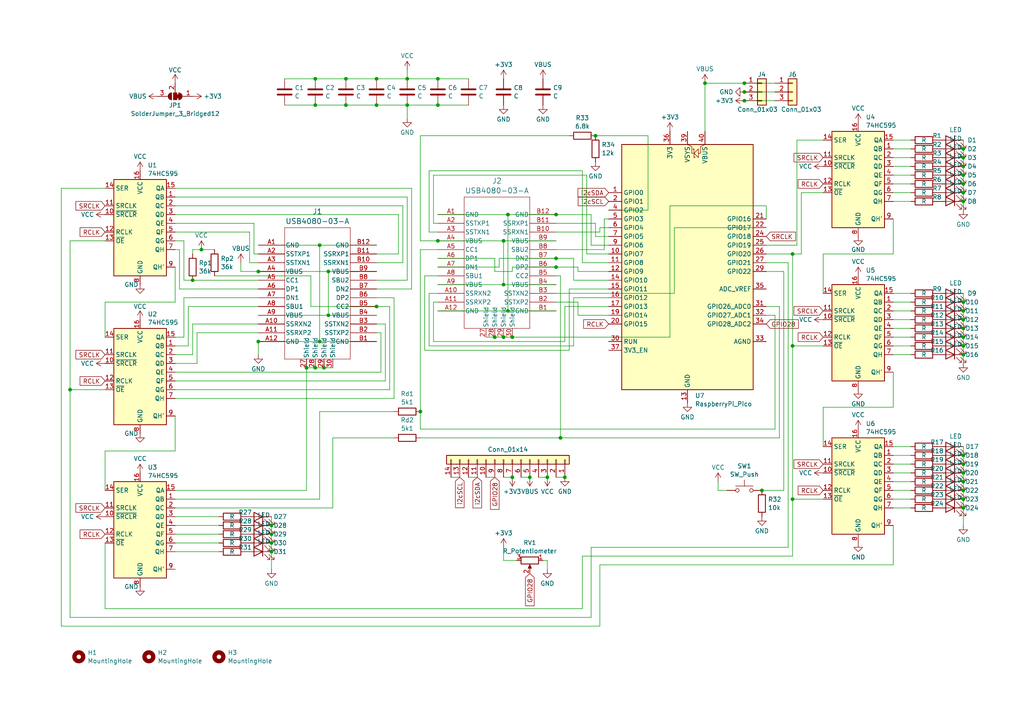
<source format=kicad_sch>
(kicad_sch (version 20231120) (generator "eeschema") (generator_version "8.0")
  (paper "A4")
  (junction (at 148.59 97.79))
  (junction (at 279.4 100.33))
  (junction (at 93.98 106.68))
  (junction (at 91.44 22.86))
  (junction (at 279.4 53.34))
  (junction (at 91.44 106.68))
  (junction (at 279.4 144.78))
  (junction (at 95.25 91.44))
  (junction (at 279.4 90.17))
  (junction (at 279.4 95.25))
  (junction (at 146.05 69.85))
  (junction (at 279.4 147.32))
  (junction (at 161.29 74.93))
  (junction (at 58.42 72.39))
  (junction (at 215.9 29.21))
  (junction (at 279.4 50.8))
  (junction (at 204.47 24.13))
  (junction (at 220.98 142.24))
  (junction (at 78.74 154.94))
  (junction (at 161.29 62.23))
  (junction (at 279.4 45.72))
  (junction (at 74.93 99.06))
  (junction (at 143.51 97.79))
  (junction (at 279.4 55.88))
  (junction (at 279.4 102.87))
  (junction (at 279.4 43.18))
  (junction (at 215.9 26.67))
  (junction (at 92.71 71.12))
  (junction (at 215.9 24.13))
  (junction (at 118.11 30.48))
  (junction (at 279.4 87.63))
  (junction (at 121.92 119.38))
  (junction (at 118.11 22.86))
  (junction (at 161.29 77.47))
  (junction (at 109.22 22.86))
  (junction (at 147.32 90.17))
  (junction (at 91.44 30.48))
  (junction (at 100.33 22.86))
  (junction (at 127 22.86))
  (junction (at 146.05 97.79))
  (junction (at 162.56 127))
  (junction (at 74.93 78.74))
  (junction (at 92.71 99.06))
  (junction (at 146.05 82.55))
  (junction (at 148.59 138.43))
  (junction (at 172.72 39.37))
  (junction (at 158.75 138.43))
  (junction (at 229.87 73.66))
  (junction (at 127 30.48))
  (junction (at 279.4 137.16))
  (junction (at 163.83 138.43))
  (junction (at 279.4 132.08))
  (junction (at 78.74 160.02))
  (junction (at 279.4 97.79))
  (junction (at 20.32 113.03))
  (junction (at 78.74 157.48))
  (junction (at 279.4 134.62))
  (junction (at 147.32 62.23))
  (junction (at 109.22 30.48))
  (junction (at 279.4 58.42))
  (junction (at 229.87 100.33))
  (junction (at 95.25 78.74))
  (junction (at 153.67 138.43))
  (junction (at 279.4 142.24))
  (junction (at 279.4 92.71))
  (junction (at 279.4 48.26))
  (junction (at 55.88 81.28))
  (junction (at 100.33 30.48))
  (junction (at 88.9 106.68))
  (junction (at 109.22 88.9))
  (junction (at 78.74 152.4))
  (junction (at 279.4 139.7))
  (junction (at 127 69.85))
  (junction (at 229.87 144.78))
  (wire (pts (xy 229.87 161.29) (xy 229.87 144.78)))
  (wire (pts (xy 115.57 62.23) (xy 50.8 62.23)))
  (wire (pts (xy 95.25 91.44) (xy 109.22 91.44)))
  (wire (pts (xy 163.83 88.9) (xy 176.53 88.9)))
  (wire (pts (xy 259.08 132.08) (xy 264.16 132.08)))
  (wire (pts (xy 118.11 30.48) (xy 118.11 34.29)))
  (wire (pts (xy 148.59 78.74) (xy 143.51 78.74)))
  (wire (pts (xy 279.4 92.71) (xy 279.4 95.25)))
  (wire (pts (xy 50.8 77.47) (xy 50.8 87.63)))
  (wire (pts (xy 50.8 157.48) (xy 63.5 157.48)))
  (wire (pts (xy 50.8 142.24) (xy 88.9 142.24)))
  (wire (pts (xy 146.05 97.79) (xy 148.59 97.79)))
  (wire (pts (xy 187.96 39.37) (xy 187.96 60.96)))
  (wire (pts (xy 114.3 86.36) (xy 109.22 86.36)))
  (wire (pts (xy 140.97 138.43) (xy 143.51 138.43)))
  (wire (pts (xy 127 77.47) (xy 144.78 77.47)))
  (wire (pts (xy 259.08 107.95) (xy 259.08 118.11)))
  (wire (pts (xy 113.03 113.03) (xy 113.03 88.9)))
  (wire (pts (xy 232.41 73.66) (xy 232.41 55.88)))
  (wire (pts (xy 96.52 127) (xy 96.52 147.32)))
  (wire (pts (xy 88.9 142.24) (xy 88.9 106.68)))
  (wire (pts (xy 100.33 30.48) (xy 109.22 30.48)))
  (wire (pts (xy 161.29 87.63) (xy 167.64 87.63)))
  (wire (pts (xy 50.8 120.65) (xy 50.8 130.81)))
  (wire (pts (xy 279.4 87.63) (xy 279.4 90.17)))
  (wire (pts (xy 166.37 100.33) (xy 166.37 86.36)))
  (wire (pts (xy 259.08 129.54) (xy 264.16 129.54)))
  (wire (pts (xy 279.4 55.88) (xy 279.4 58.42)))
  (wire (pts (xy 279.4 132.08) (xy 279.4 134.62)))
  (wire (pts (xy 127 64.77) (xy 125.73 64.77)))
  (wire (pts (xy 279.4 40.64) (xy 279.4 43.18)))
  (wire (pts (xy 72.39 76.2) (xy 74.93 76.2)))
  (wire (pts (xy 146.05 69.85) (xy 161.29 69.85)))
  (wire (pts (xy 143.51 74.93) (xy 127 74.93)))
  (wire (pts (xy 210.82 142.24) (xy 208.28 142.24)))
  (wire (pts (xy 93.98 106.68) (xy 96.52 106.68)))
  (wire (pts (xy 172.72 64.77) (xy 161.29 64.77)))
  (wire (pts (xy 130.81 138.43) (xy 133.35 138.43)))
  (wire (pts (xy 53.34 86.36) (xy 74.93 86.36)))
  (wire (pts (xy 259.08 95.25) (xy 264.16 95.25)))
  (wire (pts (xy 168.91 161.29) (xy 168.91 176.53)))
  (wire (pts (xy 50.8 113.03) (xy 113.03 113.03)))
  (wire (pts (xy 17.78 181.61) (xy 173.99 181.61)))
  (wire (pts (xy 279.4 43.18) (xy 279.4 45.72)))
  (wire (pts (xy 30.48 157.48) (xy 30.48 176.53)))
  (wire (pts (xy 88.9 106.68) (xy 91.44 106.68)))
  (wire (pts (xy 238.76 144.78) (xy 229.87 144.78)))
  (wire (pts (xy 162.56 80.01) (xy 162.56 127)))
  (wire (pts (xy 50.8 144.78) (xy 92.71 144.78)))
  (wire (pts (xy 215.9 29.21) (xy 224.79 29.21)))
  (wire (pts (xy 30.48 130.81) (xy 30.48 142.24)))
  (wire (pts (xy 215.9 26.67) (xy 224.79 26.67)))
  (wire (pts (xy 109.22 22.86) (xy 118.11 22.86)))
  (wire (pts (xy 161.29 67.31) (xy 173.99 67.31)))
  (wire (pts (xy 279.4 144.78) (xy 279.4 147.32)))
  (wire (pts (xy 118.11 20.32) (xy 118.11 22.86)))
  (wire (pts (xy 176.53 81.28) (xy 166.37 81.28)))
  (wire (pts (xy 232.41 55.88) (xy 238.76 55.88)))
  (wire (pts (xy 143.51 78.74) (xy 143.51 74.93)))
  (wire (pts (xy 50.8 160.02) (xy 63.5 160.02)))
  (wire (pts (xy 227.33 78.74) (xy 227.33 142.24)))
  (wire (pts (xy 52.07 72.39) (xy 50.8 72.39)))
  (wire (pts (xy 114.3 115.57) (xy 114.3 86.36)))
  (wire (pts (xy 50.8 107.95) (xy 110.49 107.95)))
  (wire (pts (xy 124.46 67.31) (xy 124.46 49.53)))
  (wire (pts (xy 161.29 138.43) (xy 163.83 138.43)))
  (wire (pts (xy 143.51 97.79) (xy 140.97 97.79)))
  (wire (pts (xy 226.06 127) (xy 226.06 88.9)))
  (wire (pts (xy 259.08 102.87) (xy 264.16 102.87)))
  (wire (pts (xy 50.8 110.49) (xy 111.76 110.49)))
  (wire (pts (xy 146.05 69.85) (xy 146.05 82.55)))
  (wire (pts (xy 231.14 71.12) (xy 231.14 40.64)))
  (wire (pts (xy 167.64 87.63) (xy 167.64 91.44)))
  (wire (pts (xy 259.08 92.71) (xy 264.16 92.71)))
  (wire (pts (xy 259.08 144.78) (xy 264.16 144.78)))
  (wire (pts (xy 144.78 74.93) (xy 161.29 74.93)))
  (wire (pts (xy 259.08 45.72) (xy 264.16 45.72)))
  (wire (pts (xy 74.93 78.74) (xy 95.25 78.74)))
  (wire (pts (xy 279.4 137.16) (xy 279.4 139.7)))
  (wire (pts (xy 91.44 30.48) (xy 100.33 30.48)))
  (wire (pts (xy 135.89 138.43) (xy 138.43 138.43)))
  (wire (pts (xy 55.88 81.28) (xy 74.93 81.28)))
  (wire (pts (xy 121.92 124.46) (xy 224.79 124.46)))
  (wire (pts (xy 226.06 88.9) (xy 222.25 88.9)))
  (wire (pts (xy 127 87.63) (xy 125.73 87.63)))
  (wire (pts (xy 279.4 48.26) (xy 279.4 50.8)))
  (wire (pts (xy 259.08 152.4) (xy 259.08 163.83)))
  (wire (pts (xy 30.48 87.63) (xy 30.48 97.79)))
  (wire (pts (xy 110.49 96.52) (xy 110.49 107.95)))
  (wire (pts (xy 227.33 78.74) (xy 222.25 78.74)))
  (wire (pts (xy 92.71 71.12) (xy 92.71 99.06)))
  (wire (pts (xy 173.99 66.04) (xy 176.53 66.04)))
  (wire (pts (xy 92.71 99.06) (xy 109.22 99.06)))
  (wire (pts (xy 30.48 69.85) (xy 20.32 69.85)))
  (wire (pts (xy 74.93 71.12) (xy 92.71 71.12)))
  (wire (pts (xy 121.92 39.37) (xy 165.1 39.37)))
  (wire (pts (xy 259.08 63.5) (xy 259.08 73.66)))
  (wire (pts (xy 118.11 81.28) (xy 118.11 57.15)))
  (wire (pts (xy 119.38 54.61) (xy 119.38 83.82)))
  (wire (pts (xy 127 90.17) (xy 147.32 90.17)))
  (wire (pts (xy 73.66 73.66) (xy 74.93 73.66)))
  (wire (pts (xy 127 67.31) (xy 124.46 67.31)))
  (wire (pts (xy 231.14 40.64) (xy 238.76 40.64)))
  (wire (pts (xy 50.8 87.63) (xy 30.48 87.63)))
  (wire (pts (xy 279.4 58.42) (xy 279.4 60.96)))
  (wire (pts (xy 279.4 53.34) (xy 279.4 55.88)))
  (wire (pts (xy 100.33 22.86) (xy 109.22 22.86)))
  (wire (pts (xy 279.4 50.8) (xy 279.4 53.34)))
  (wire (pts (xy 228.6 158.75) (xy 228.6 76.2)))
  (wire (pts (xy 124.46 100.33) (xy 166.37 100.33)))
  (wire (pts (xy 92.71 144.78) (xy 92.71 119.38)))
  (wire (pts (xy 50.8 149.86) (xy 63.5 149.86)))
  (wire (pts (xy 238.76 100.33) (xy 229.87 100.33)))
  (wire (pts (xy 195.58 66.04) (xy 195.58 85.09)))
  (wire (pts (xy 17.78 181.61) (xy 17.78 54.61)))
  (wire (pts (xy 168.91 76.2) (xy 176.53 76.2)))
  (wire (pts (xy 259.08 87.63) (xy 264.16 87.63)))
  (wire (pts (xy 222.25 71.12) (xy 231.14 71.12)))
  (wire (pts (xy 259.08 85.09) (xy 264.16 85.09)))
  (wire (pts (xy 55.88 93.98) (xy 55.88 102.87)))
  (wire (pts (xy 259.08 48.26) (xy 264.16 48.26)))
  (wire (pts (xy 82.55 22.86) (xy 91.44 22.86)))
  (wire (pts (xy 111.76 93.98) (xy 111.76 110.49)))
  (wire (pts (xy 168.91 161.29) (xy 229.87 161.29)))
  (wire (pts (xy 121.92 127) (xy 162.56 127)))
  (wire (pts (xy 279.4 97.79) (xy 279.4 100.33)))
  (wire (pts (xy 78.74 157.48) (xy 78.74 160.02)))
  (wire (pts (xy 121.92 119.38) (xy 121.92 72.39)))
  (wire (pts (xy 91.44 22.86) (xy 100.33 22.86)))
  (wire (pts (xy 54.61 88.9) (xy 74.93 88.9)))
  (wire (pts (xy 259.08 142.24) (xy 264.16 142.24)))
  (wire (pts (xy 74.93 99.06) (xy 92.71 99.06)))
  (wire (pts (xy 259.08 137.16) (xy 264.16 137.16)))
  (wire (pts (xy 171.45 179.07) (xy 171.45 158.75)))
  (wire (pts (xy 20.32 113.03) (xy 20.32 179.07)))
  (wire (pts (xy 50.8 100.33) (xy 54.61 100.33)))
  (wire (pts (xy 116.84 59.69) (xy 50.8 59.69)))
  (wire (pts (xy 238.76 73.66) (xy 238.76 85.09)))
  (wire (pts (xy 17.78 54.61) (xy 30.48 54.61)))
  (wire (pts (xy 163.83 99.06) (xy 163.83 88.9)))
  (wire (pts (xy 172.72 39.37) (xy 187.96 39.37)))
  (wire (pts (xy 279.4 134.62) (xy 279.4 137.16)))
  (wire (pts (xy 78.74 149.86) (xy 78.74 152.4)))
  (wire (pts (xy 127 69.85) (xy 121.92 69.85)))
  (wire (pts (xy 109.22 81.28) (xy 118.11 81.28)))
  (wire (pts (xy 53.34 97.79) (xy 53.34 86.36)))
  (wire (pts (xy 259.08 147.32) (xy 264.16 147.32)))
  (wire (pts (xy 175.26 63.5) (xy 175.26 72.39)))
  (wire (pts (xy 90.17 88.9) (xy 109.22 88.9)))
  (wire (pts (xy 166.37 81.28) (xy 166.37 74.93)))
  (wire (pts (xy 52.07 83.82) (xy 74.93 83.82)))
  (wire (pts (xy 78.74 152.4) (xy 78.74 154.94)))
  (wire (pts (xy 50.8 147.32) (xy 96.52 147.32)))
  (wire (pts (xy 279.4 147.32) (xy 279.4 152.4)))
  (wire (pts (xy 72.39 67.31) (xy 72.39 76.2)))
  (wire (pts (xy 173.99 67.31) (xy 173.99 66.04)))
  (wire (pts (xy 162.56 127) (xy 226.06 127)))
  (wire (pts (xy 50.8 67.31) (xy 72.39 67.31)))
  (wire (pts (xy 171.45 62.23) (xy 161.29 62.23)))
  (wire (pts (xy 109.22 30.48) (xy 118.11 30.48)))
  (wire (pts (xy 146.05 158.75) (xy 146.05 162.56)))
  (wire (pts (xy 259.08 139.7) (xy 264.16 139.7)))
  (wire (pts (xy 20.32 113.03) (xy 30.48 113.03)))
  (wire (pts (xy 62.23 80.01) (xy 90.17 80.01)))
  (wire (pts (xy 113.03 88.9) (xy 109.22 88.9)))
  (wire (pts (xy 125.73 64.77) (xy 125.73 50.8)))
  (wire (pts (xy 176.53 68.58) (xy 172.72 68.58)))
  (wire (pts (xy 176.53 73.66) (xy 170.18 73.66)))
  (wire (pts (xy 82.55 30.48) (xy 91.44 30.48)))
  (wire (pts (xy 147.32 62.23) (xy 161.29 62.23)))
  (wire (pts (xy 259.08 97.79) (xy 264.16 97.79)))
  (wire (pts (xy 74.93 91.44) (xy 95.25 91.44)))
  (wire (pts (xy 127 69.85) (xy 146.05 69.85)))
  (wire (pts (xy 20.32 179.07) (xy 171.45 179.07)))
  (wire (pts (xy 20.32 69.85) (xy 20.32 113.03)))
  (wire (pts (xy 279.4 129.54) (xy 279.4 132.08)))
  (wire (pts (xy 172.72 68.58) (xy 172.72 64.77)))
  (wire (pts (xy 109.22 93.98) (xy 111.76 93.98)))
  (wire (pts (xy 109.22 76.2) (xy 116.84 76.2)))
  (wire (pts (xy 55.88 72.39) (xy 55.88 73.66)))
  (wire (pts (xy 50.8 102.87) (xy 55.88 102.87)))
  (wire (pts (xy 109.22 83.82) (xy 119.38 83.82)))
  (wire (pts (xy 125.73 99.06) (xy 163.83 99.06)))
  (wire (pts (xy 114.3 127) (xy 96.52 127)))
  (wire (pts (xy 50.8 154.94) (xy 63.5 154.94)))
  (wire (pts (xy 171.45 158.75) (xy 228.6 158.75)))
  (wire (pts (xy 110.49 96.52) (xy 109.22 96.52)))
  (wire (pts (xy 167.64 91.44) (xy 176.53 91.44)))
  (wire (pts (xy 78.74 154.94) (xy 78.74 157.48)))
  (wire (pts (xy 73.66 64.77) (xy 73.66 73.66)))
  (wire (pts (xy 127 80.01) (xy 123.19 80.01)))
  (wire (pts (xy 50.8 97.79) (xy 53.34 97.79)))
  (wire (pts (xy 175.26 72.39) (xy 161.29 72.39)))
  (wire (pts (xy 158.75 162.56) (xy 157.48 162.56)))
  (wire (pts (xy 147.32 90.17) (xy 161.29 90.17)))
  (wire (pts (xy 158.75 165.1) (xy 158.75 162.56)))
  (wire (pts (xy 50.8 64.77) (xy 73.66 64.77)))
  (wire (pts (xy 279.4 95.25) (xy 279.4 97.79)))
  (wire (pts (xy 167.64 77.47) (xy 161.29 77.47)))
  (wire (pts (xy 176.53 71.12) (xy 171.45 71.12)))
  (wire (pts (xy 69.85 78.74) (xy 69.85 76.2)))
  (wire (pts (xy 166.37 86.36) (xy 176.53 86.36)))
  (wire (pts (xy 215.9 24.13) (xy 224.79 24.13)))
  (wire (pts (xy 116.84 76.2) (xy 116.84 59.69)))
  (wire (pts (xy 148.59 97.79) (xy 194.31 97.79)))
  (wire (pts (xy 259.08 118.11) (xy 238.76 118.11)))
  (wire (pts (xy 195.58 85.09) (xy 161.29 85.09)))
  (wire (pts (xy 54.61 100.33) (xy 54.61 88.9)))
  (wire (pts (xy 127 62.23) (xy 147.32 62.23)))
  (wire (pts (xy 92.71 119.38) (xy 114.3 119.38)))
  (wire (pts (xy 55.88 72.39) (xy 58.42 72.39)))
  (wire (pts (xy 259.08 73.66) (xy 238.76 73.66)))
  (wire (pts (xy 57.15 105.41) (xy 57.15 96.52)))
  (wire (pts (xy 92.71 71.12) (xy 109.22 71.12)))
  (wire (pts (xy 224.79 91.44) (xy 222.25 91.44)))
  (wire (pts (xy 220.98 142.24) (xy 227.33 142.24)))
  (wire (pts (xy 229.87 144.78) (xy 229.87 100.33)))
  (wire (pts (xy 259.08 58.42) (xy 264.16 58.42)))
  (wire (pts (xy 151.13 138.43) (xy 153.67 138.43)))
  (wire (pts (xy 279.4 100.33) (xy 279.4 102.87)))
  (wire (pts (xy 259.08 53.34) (xy 264.16 53.34)))
  (wire (pts (xy 238.76 118.11) (xy 238.76 129.54)))
  (wire (pts (xy 259.08 50.8) (xy 264.16 50.8)))
  (wire (pts (xy 148.59 77.47) (xy 161.29 77.47)))
  (wire (pts (xy 222.25 59.69) (xy 222.25 63.5)))
  (wire (pts (xy 279.4 142.24) (xy 279.4 144.78)))
  (wire (pts (xy 74.93 99.06) (xy 74.93 102.87)))
  (wire (pts (xy 176.53 60.96) (xy 187.96 60.96)))
  (wire (pts (xy 50.8 105.41) (xy 57.15 105.41)))
  (wire (pts (xy 228.6 76.2) (xy 222.25 76.2)))
  (wire (pts (xy 165.1 101.6) (xy 165.1 83.82)))
  (wire (pts (xy 125.73 87.63) (xy 125.73 99.06)))
  (wire (pts (xy 148.59 77.47) (xy 148.59 78.74)))
  (wire (pts (xy 259.08 100.33) (xy 264.16 100.33)))
  (wire (pts (xy 124.46 49.53) (xy 168.91 49.53)))
  (wire (pts (xy 166.37 74.93) (xy 161.29 74.93)))
  (wire (pts (xy 161.29 80.01) (xy 162.56 80.01)))
  (wire (pts (xy 146.05 82.55) (xy 161.29 82.55)))
  (wire (pts (xy 194.31 59.69) (xy 222.25 59.69)))
  (wire (pts (xy 91.44 106.68) (xy 93.98 106.68)))
  (wire (pts (xy 121.92 72.39) (xy 127 72.39)))
  (wire (pts (xy 279.4 90.17) (xy 279.4 92.71)))
  (wire (pts (xy 123.19 101.6) (xy 165.1 101.6)))
  (wire (pts (xy 121.92 124.46) (xy 121.92 119.38)))
  (wire (pts (xy 279.4 102.87) (xy 279.4 105.41)))
  (wire (pts (xy 279.4 139.7) (xy 279.4 142.24)))
  (wire (pts (xy 53.34 69.85) (xy 50.8 69.85)))
  (wire (pts (xy 259.08 163.83) (xy 173.99 163.83)))
  (wire (pts (xy 95.25 78.74) (xy 109.22 78.74)))
  (wire (pts (xy 229.87 100.33) (xy 229.87 73.66)))
  (wire (pts (xy 95.25 91.44) (xy 95.25 78.74)))
  (wire (pts (xy 279.4 45.72) (xy 279.4 48.26)))
  (wire (pts (xy 222.25 66.04) (xy 195.58 66.04)))
  (wire (pts (xy 146.05 138.43) (xy 148.59 138.43)))
  (wire (pts (xy 176.53 78.74) (xy 167.64 78.74)))
  (wire (pts (xy 170.18 73.66) (xy 170.18 50.8)))
  (wire (pts (xy 53.34 81.28) (xy 55.88 81.28)))
  (wire (pts (xy 146.05 97.79) (xy 143.51 97.79)))
  (wire (pts (xy 156.21 138.43) (xy 158.75 138.43)))
  (wire (pts (xy 127 30.48) (xy 135.89 30.48)))
  (wire (pts (xy 165.1 83.82) (xy 176.53 83.82)))
  (wire (pts (xy 124.46 85.09) (xy 124.46 100.33)))
  (wire (pts (xy 55.88 93.98) (xy 74.93 93.98)))
  (wire (pts (xy 78.74 160.02) (xy 78.74 165.1)))
  (wire (pts (xy 259.08 90.17) (xy 264.16 90.17)))
  (wire (pts (xy 170.18 50.8) (xy 125.73 50.8)))
  (wire (pts (xy 123.19 80.01) (xy 123.19 101.6)))
  (wire (pts (xy 194.31 59.69) (xy 194.31 97.79)))
  (wire (pts (xy 208.28 142.24) (xy 208.28 139.7)))
  (wire (pts (xy 168.91 49.53) (xy 168.91 76.2)))
  (wire (pts (xy 50.8 152.4) (xy 63.5 152.4)))
  (wire (pts (xy 204.47 38.1) (xy 204.47 24.13)))
  (wire (pts (xy 109.22 73.66) (xy 115.57 73.66)))
  (wire (pts (xy 90.17 80.01) (xy 90.17 88.9)))
  (wire (pts (xy 118.11 22.86) (xy 127 22.86)))
  (wire (pts (xy 127 85.09) (xy 124.46 85.09)))
  (wire (pts (xy 222.25 73.66) (xy 229.87 73.66)))
  (wire (pts (xy 259.08 43.18) (xy 264.16 43.18)))
  (wire (pts (xy 147.32 62.23) (xy 147.32 90.17)))
  (wire (pts (xy 259.08 134.62) (xy 264.16 134.62)))
  (wire (pts (xy 229.87 73.66) (xy 232.41 73.66)))
  (wire (pts (xy 127 82.55) (xy 146.05 82.55)))
  (wire (pts (xy 144.78 77.47) (xy 144.78 74.93)))
  (wire (pts (xy 176.53 63.5) (xy 175.26 63.5)))
  (wire (pts (xy 146.05 162.56) (xy 149.86 162.56)))
  (wire (pts (xy 259.08 40.64) (xy 264.16 40.64)))
  (wire (pts (xy 58.42 72.39) (xy 62.23 72.39)))
  (wire (pts (xy 259.08 55.88) (xy 264.16 55.88)))
  (wire (pts (xy 57.15 96.52) (xy 74.93 96.52)))
  (wire (pts (xy 74.93 78.74) (xy 69.85 78.74)))
  (wire (pts (xy 50.8 130.81) (xy 30.48 130.81)))
  (wire (pts (xy 53.34 81.28) (xy 53.34 69.85)))
  (wire (pts (xy 119.38 54.61) (xy 50.8 54.61)))
  (wire (pts (xy 121.92 69.85) (xy 121.92 39.37)))
  (wire (pts (xy 127 22.86) (xy 135.89 22.86)))
  (wire (pts (xy 52.07 83.82) (xy 52.07 72.39)))
  (wire (pts (xy 171.45 71.12) (xy 171.45 62.23)))
  (wire (pts (xy 224.79 124.46) (xy 224.79 91.44)))
  (wire (pts (xy 30.48 176.53) (xy 168.91 176.53)))
  (wire (pts (xy 118.11 30.48) (xy 127 30.48)))
  (wire (pts (xy 118.11 57.15) (xy 50.8 57.15)))
  (wire (pts (xy 173.99 163.83) (xy 173.99 181.61)))
  (wire (pts (xy 167.64 78.74) (xy 167.64 77.47)))
  (wire (pts (xy 204.47 24.13) (xy 215.9 24.13)))
  (wire (pts (xy 50.8 115.57) (xy 114.3 115.57)))
  (wire (pts (xy 279.4 85.09) (xy 279.4 87.63)))
  (wire (pts (xy 115.57 73.66) (xy 115.57 62.23)))
  (global_label "RCLK" (shape input) (at 238.76 142.24 180) (property "Intersheetrefs" "${INTERSHEET_REFS}" (effects (hide yes))))
  (global_label "SRCLK" (shape input) (at 30.48 102.87 180) (property "Intersheetrefs" "${INTERSHEET_REFS}" (effects (hide yes))))
  (global_label "SRCLK" (shape input) (at 238.76 90.17 180) (property "Intersheetrefs" "${INTERSHEET_REFS}" (effects (hide yes))))
  (global_label "i2cSDA" (shape input) (at 176.53 55.88 180) (property "Intersheetrefs" "${INTERSHEET_REFS}" (effects (hide yes))))
  (global_label "SRCLK" (shape input) (at 30.48 147.32 180) (property "Intersheetrefs" "${INTERSHEET_REFS}" (effects (hide yes))))
  (global_label "RCLK" (shape input) (at 30.48 110.49 180) (property "Intersheetrefs" "${INTERSHEET_REFS}" (effects (hide yes))))
  (global_label "SRCLK" (shape input) (at 222.25 68.58 0) (property "Intersheetrefs" "${INTERSHEET_REFS}" (effects (hide yes))))
  (global_label "SRCLK" (shape input) (at 238.76 134.62 180) (property "Intersheetrefs" "${INTERSHEET_REFS}" (effects (hide yes))))
  (global_label "RCLK" (shape input) (at 30.48 154.94 180) (property "Intersheetrefs" "${INTERSHEET_REFS}" (effects (hide yes))))
  (global_label "GPIO28" (shape input) (at 143.51 138.43 270) (property "Intersheetrefs" "${INTERSHEET_REFS}" (effects (hide yes))))
  (global_label "GPIO28" (shape input) (at 222.25 93.98 0) (property "Intersheetrefs" "${INTERSHEET_REFS}" (effects (hide yes))))
  (global_label "RCLK" (shape input) (at 238.76 97.79 180) (property "Intersheetrefs" "${INTERSHEET_REFS}" (effects (hide yes))))
  (global_label "RCLK" (shape input) (at 176.53 93.98 180) (property "Intersheetrefs" "${INTERSHEET_REFS}" (effects (hide yes))))
  (global_label "SRCLK" (shape input) (at 238.76 45.72 180) (property "Intersheetrefs" "${INTERSHEET_REFS}" (effects (hide yes))))
  (global_label "RCLK" (shape input) (at 238.76 53.34 180) (property "Intersheetrefs" "${INTERSHEET_REFS}" (effects (hide yes))))
  (global_label "i2cSCL" (shape input) (at 133.35 138.43 270) (property "Intersheetrefs" "${INTERSHEET_REFS}" (effects (hide yes))))
  (global_label "RCLK" (shape input) (at 30.48 67.31 180) (property "Intersheetrefs" "${INTERSHEET_REFS}" (effects (hide yes))))
  (global_label "i2cSDA" (shape input) (at 138.43 138.43 270) (property "Intersheetrefs" "${INTERSHEET_REFS}" (effects (hide yes))))
  (global_label "SRCLK" (shape input) (at 30.48 59.69 180) (property "Intersheetrefs" "${INTERSHEET_REFS}" (effects (hide yes))))
  (global_label "i2cSCL" (shape input) (at 176.53 58.42 180) (property "Intersheetrefs" "${INTERSHEET_REFS}" (effects (hide yes))))
  (global_label "GPIO28" (shape input) (at 153.67 166.37 270) (property "Intersheetrefs" "${INTERSHEET_REFS}" (effects (hide yes))))
  (symbol (lib_id "Device:C") (at 91.44 26.67 0) (unit 1)
    (property "Reference" "C2" (at 94.361 25.4579 0) (effects (justify left)))
    (property "Value" "C" (at 94.361 27.8821 0) (effects (justify left)))
    (property "Footprint" "Capacitor_SMD:C_0603_1608Metric" (effects (hide yes)))
  )
  (symbol (lib_id "power:GND") (at 78.74 165.1 0) (mirror y) (unit 1)
    (property "Reference" "#PWR019" (effects (hide yes)))
    (property "Value" "GND" (at 78.74 169.2331 0))
  )
  (symbol (lib_id "Device:R") (at 172.72 43.18 0) (unit 1)
    (property "Reference" "R34" (at 174.498 41.9679 0) (effects (justify left)))
    (property "Value" "12k" (at 174.498 44.3921 0) (effects (justify left)))
    (property "Footprint" "Resistor_SMD:R_0603_1608Metric" (effects (hide yes)))
  )
  (symbol (lib_id "Device:R") (at 267.97 87.63 90) (unit 1)
    (property "Reference" "R10" (at 271.78 86.36 90))
    (property "Value" "R" (at 267.97 87.63 90))
    (property "Footprint" "Resistor_SMD:R_0603_1608Metric" (effects (hide yes)))
  )
  (symbol (lib_id "Device:LED") (at 275.59 53.34 0) (mirror y) (unit 1)
    (property "Reference" "D6" (at 281.94 53.34 0))
    (property "Value" "LED" (at 277.1775 50.3499 0))
    (property "Footprint" "LED_SMD:LED_0603_1608Metric" (effects (hide yes)))
  )
  (symbol (lib_id "74xx:74HC595") (at 40.64 64.77 0) (unit 1)
    (property "Reference" "U1" (at 42.8341 47.9257 0) (effects (justify left)))
    (property "Value" "74HC595" (at 42.8341 50.3499 0) (effects (justify left)))
    (property "Footprint" "Package_SO:SOIC-16_3.9x9.9mm_P1.27mm" (effects (hide yes)))
    (property "Datasheet" "http://www.ti.com/lit/ds/symlink/sn74hc595.pdf" (effects (hide yes)))
  )
  (symbol (lib_id "power:VCC") (at 118.11 20.32 0) (unit 1)
    (property "Reference" "#PWR015" (effects (hide yes)))
    (property "Value" "VCC" (at 118.11 16.1869 0))
  )
  (symbol (lib_id "power:GND") (at 163.83 138.43 0) (unit 1)
    (property "Reference" "#PWR020" (effects (hide yes)))
    (property "Value" "GND" (at 163.83 142.5631 0))
  )
  (symbol (lib_id "Device:R") (at 267.97 139.7 90) (unit 1)
    (property "Reference" "R21" (at 271.78 138.43 90))
    (property "Value" "R" (at 267.97 139.7 90))
    (property "Footprint" "Resistor_SMD:R_0603_1608Metric" (effects (hide yes)))
  )
  (symbol (lib_id "Device:LED") (at 74.93 157.48 0) (mirror y) (unit 1)
    (property "Reference" "D30" (at 81.28 157.48 0))
    (property "Value" "LED" (at 76.5175 154.4899 0))
    (property "Footprint" "LED_SMD:LED_0603_1608Metric" (effects (hide yes)))
  )
  (symbol (lib_id "power:VCC") (at 40.64 49.53 0) (unit 1)
    (property "Reference" "#PWR0113" (effects (hide yes)))
    (property "Value" "VCC" (at 40.64 45.3969 0))
  )
  (symbol (lib_id "power:+3V3") (at 194.31 38.1 0) (unit 1)
    (property "Reference" "#PWR01" (effects (hide yes)))
    (property "Value" "+3V3" (at 194.31 33.9669 0))
  )
  (symbol (lib_id "Device:C") (at 118.11 26.67 0) (unit 1)
    (property "Reference" "C5" (at 121.031 25.4579 0) (effects (justify left)))
    (property "Value" "C" (at 121.031 27.8821 0) (effects (justify left)))
    (property "Footprint" "Capacitor_SMD:C_0603_1608Metric" (effects (hide yes)))
  )
  (symbol (lib_id "Device:R") (at 267.97 45.72 90) (unit 1)
    (property "Reference" "R3" (at 271.78 44.45 90))
    (property "Value" "R" (at 267.97 45.72 90))
    (property "Footprint" "Resistor_SMD:R_0603_1608Metric" (effects (hide yes)))
  )
  (symbol (lib_id "Device:LED") (at 275.59 92.71 0) (mirror y) (unit 1)
    (property "Reference" "D12" (at 281.94 92.71 0))
    (property "Value" "LED" (at 277.1775 89.7199 0))
    (property "Footprint" "LED_SMD:LED_0603_1608Metric" (effects (hide yes)))
  )
  (symbol (lib_id "Device:LED") (at 275.59 144.78 0) (mirror y) (unit 1)
    (property "Reference" "D23" (at 281.94 144.78 0))
    (property "Value" "LED" (at 277.1775 141.7899 0))
    (property "Footprint" "LED_SMD:LED_0603_1608Metric" (effects (hide yes)))
  )
  (symbol (lib_id "Device:LED") (at 275.59 85.09 0) (mirror y) (unit 1)
    (property "Reference" "D9" (at 281.94 85.09 0))
    (property "Value" "LED" (at 277.1775 82.0999 0))
    (property "Footprint" "LED_SMD:LED_0603_1608Metric" (effects (hide yes)))
  )
  (symbol (lib_id "Raspberry Pi Pico:RaspberryPi_Pico") (at 199.39 78.74 0) (unit 1)
    (property "Reference" "U7" (at 201.5841 114.7501 0) (effects (justify left)))
    (property "Value" "RaspberryPi_Pico" (at 201.5841 117.1743 0) (effects (justify left)))
    (property "Footprint" "Module_RaspberryPi_Pico:RaspberryPi_Pico_Common" (effects (hide yes)))
    (property "Datasheet" "https://datasheets.raspberrypi.com/pico/pico-datasheet.pdf" (effects (hide yes)))
  )
  (symbol (lib_id "power:VCC") (at 248.92 35.56 0) (unit 1)
    (property "Reference" "#PWR0103" (effects (hide yes)))
    (property "Value" "VCC" (at 248.92 31.4269 0))
  )
  (symbol (lib_id "power:GND") (at 146.05 30.48 0) (unit 1)
    (property "Reference" "#PWR031" (effects (hide yes)))
    (property "Value" "GND" (at 146.05 34.6131 0))
  )
  (symbol (lib_id "power:GND") (at 248.92 113.03 0) (unit 1)
    (property "Reference" "#PWR013" (effects (hide yes)))
    (property "Value" "GND" (at 248.92 117.1631 0))
  )
  (symbol (lib_id "Device:LED") (at 275.59 90.17 0) (mirror y) (unit 1)
    (property "Reference" "D11" (at 281.94 90.17 0))
    (property "Value" "LED" (at 277.1775 87.1799 0))
    (property "Footprint" "LED_SMD:LED_0603_1608Metric" (effects (hide yes)))
  )
  (symbol (lib_id "power:VBUS") (at 45.72 27.94 90) (unit 1)
    (property "Reference" "#PWR05" (effects (hide yes)))
    (property "Value" "VBUS" (at 42.545 27.94 90) (effects (justify left)))
  )
  (symbol (lib_id "Device:LED") (at 275.59 40.64 0) (mirror y) (unit 1)
    (property "Reference" "D1" (at 281.94 40.64 0))
    (property "Value" "LED" (at 277.1775 37.6499 0))
    (property "Footprint" "LED_SMD:LED_0603_1608Metric" (effects (hide yes)))
  )
  (symbol (lib_id "power:VCC") (at 208.28 139.7 0) (unit 1)
    (property "Reference" "#PWR0104" (effects (hide yes)))
    (property "Value" "VCC" (at 208.28 135.5669 0))
  )
  (symbol (lib_id "Connector_Generic:Conn_01x03") (at 220.98 26.67 0) (unit 1)
    (property "Reference" "J4" (at 220.98 21.59 0))
    (property "Value" "Conn_01x03" (at 219.71 31.75 0))
    (property "Footprint" "Connector_PinSocket_2.54mm:PinSocket_1x03_P2.54mm_Vertical" (effects (hide yes)))
  )
  (symbol (lib_id "74xx:74HC595") (at 248.92 139.7 0) (unit 1)
    (property "Reference" "U6" (at 251.1141 122.8557 0) (effects (justify left)))
    (property "Value" "74HC595" (at 251.1141 125.2799 0) (effects (justify left)))
    (property "Footprint" "Package_SO:SOIC-16_3.9x9.9mm_P1.27mm" (effects (hide yes)))
    (property "Datasheet" "http://www.ti.com/lit/ds/symlink/sn74hc595.pdf" (effects (hide yes)))
  )
  (symbol (lib_id "Device:LED") (at 275.59 139.7 0) (mirror y) (unit 1)
    (property "Reference" "D21" (at 281.94 139.7 0))
    (property "Value" "LED" (at 277.1775 136.7099 0))
    (property "Footprint" "LED_SMD:LED_0603_1608Metric" (effects (hide yes)))
  )
  (symbol (lib_id "Device:R") (at 267.97 100.33 90) (unit 1)
    (property "Reference" "R15" (at 271.78 99.06 90))
    (property "Value" "R" (at 267.97 100.33 90))
    (property "Footprint" "Resistor_SMD:R_0603_1608Metric" (effects (hide yes)))
  )
  (symbol (lib_id "Device:R") (at 267.97 92.71 90) (unit 1)
    (property "Reference" "R12" (at 271.78 91.44 90))
    (property "Value" "R" (at 267.97 92.71 90))
    (property "Footprint" "Resistor_SMD:R_0603_1608Metric" (effects (hide yes)))
  )
  (symbol (lib_id "Device:LED") (at 275.59 43.18 0) (mirror y) (unit 1)
    (property "Reference" "D2" (at 281.94 43.18 0))
    (property "Value" "LED" (at 277.1775 40.1899 0))
    (property "Footprint" "LED_SMD:LED_0603_1608Metric" (effects (hide yes)))
  )
  (symbol (lib_id "Device:R") (at 67.31 149.86 90) (unit 1)
    (property "Reference" "R27" (at 71.12 148.59 90))
    (property "Value" "R" (at 67.31 149.86 90))
    (property "Footprint" "Resistor_SMD:R_0603_1608Metric" (effects (hide yes)))
  )
  (symbol (lib_id "Switch:SW_Push") (at 215.9 142.24 0) (unit 1)
    (property "Reference" "SW1" (at 215.9 135.1747 0))
    (property "Value" "SW_Push" (at 215.9 137.5989 0))
    (property "Footprint" "Button_Switch_SMD:SW_Push_1P1T_NO_6x6mm_H9.5mm" (effects (hide yes)))
  )
  (symbol (lib_id "Device:LED") (at 275.59 100.33 0) (mirror y) (unit 1)
    (property "Reference" "D15" (at 281.94 100.33 0))
    (property "Value" "LED" (at 277.1775 97.3399 0))
    (property "Footprint" "LED_SMD:LED_0603_1608Metric" (effects (hide yes)))
  )
  (symbol (lib_id "Device:R") (at 267.97 58.42 90) (unit 1)
    (property "Reference" "R8" (at 271.78 57.15 90))
    (property "Value" "R" (at 267.97 58.42 90))
    (property "Footprint" "Resistor_SMD:R_0603_1608Metric" (effects (hide yes)))
  )
  (symbol (lib_id "power:VBUS") (at 69.85 76.2 0) (unit 1)
    (property "Reference" "#PWR028" (effects (hide yes)))
    (property "Value" "VBUS" (at 69.85 72.0669 0))
  )
  (symbol (lib_id "USBCSymbol:USB4080-03-A") (at 74.93 71.12 0) (unit 1)
    (property "Reference" "J1" (at 92.075 61.3463 0) (effects (font (size 1.524 1.524))))
    (property "Value" "USB4080-03-A" (at 92.075 64.1791 0) (effects (font (size 1.524 1.524))))
    (property "Footprint" "USBCFootprint:USB4080-03-A_GCT_RoundHoles" (effects (hide yes)))
    (property "Datasheet" "USB4080-03-A" (effects (hide yes)))
  )
  (symbol (lib_id "Device:LED") (at 275.59 55.88 0) (mirror y) (unit 1)
    (property "Reference" "D7" (at 281.94 55.88 0))
    (property "Value" "LED" (at 277.1775 52.8899 0))
    (property "Footprint" "LED_SMD:LED_0603_1608Metric" (effects (hide yes)))
  )
  (symbol (lib_id "Device:LED") (at 275.59 137.16 0) (mirror y) (unit 1)
    (property "Reference" "D20" (at 281.94 137.16 0))
    (property "Value" "LED" (at 277.1775 134.1699 0))
    (property "Footprint" "LED_SMD:LED_0603_1608Metric" (effects (hide yes)))
  )
  (symbol (lib_id "Device:R") (at 267.97 137.16 90) (unit 1)
    (property "Reference" "R20" (at 271.78 135.89 90))
    (property "Value" "R" (at 267.97 137.16 90))
    (property "Footprint" "Resistor_SMD:R_0603_1608Metric" (effects (hide yes)))
  )
  (symbol (lib_id "power:GND") (at 40.64 125.73 0) (unit 1)
    (property "Reference" "#PWR06" (effects (hide yes)))
    (property "Value" "GND" (at 38.1 125.73 0))
  )
  (symbol (lib_id "power:VCC") (at 40.64 137.16 0) (unit 1)
    (property "Reference" "#PWR0110" (effects (hide yes)))
    (property "Value" "VCC" (at 40.64 133.0269 0))
  )
  (symbol (lib_id "power:VCC") (at 158.75 138.43 180) (unit 1)
    (property "Reference" "#PWR022" (effects (hide yes)))
    (property "Value" "VCC" (at 158.75 142.5631 0))
  )
  (symbol (lib_id "power:VCC") (at 50.8 24.13 0) (unit 1)
    (property "Reference" "#PWR0106" (effects (hide yes)))
    (property "Value" "VCC" (at 50.8 20.32 0))
  )
  (symbol (lib_id "power:GND") (at 199.39 116.84 0) (unit 1)
    (property "Reference" "#PWR08" (effects (hide yes)))
    (property "Value" "GND" (at 199.39 120.9731 0))
  )
  (symbol (lib_id "Device:R") (at 267.97 95.25 90) (unit 1)
    (property "Reference" "R13" (at 271.78 93.98 90))
    (property "Value" "R" (at 267.97 95.25 90))
    (property "Footprint" "Resistor_SMD:R_0603_1608Metric" (effects (hide yes)))
  )
  (symbol (lib_id "power:GND") (at 215.9 26.67 270) (unit 1)
    (property "Reference" "#PWR016" (effects (hide yes)))
    (property "Value" "GND" (at 212.7251 26.67 90) (effects (justify right)))
  )
  (symbol (lib_id "Device:R") (at 118.11 119.38 90) (unit 1)
    (property "Reference" "Rd1" (at 118.11 114.2197 90))
    (property "Value" "5k1" (at 118.11 116.6439 90))
    (property "Footprint" "Resistor_SMD:R_0603_1608Metric" (effects (hide yes)))
  )
  (symbol (lib_id "74xx:74HC595") (at 40.64 107.95 0) (unit 1)
    (property "Reference" "U2" (at 42.8341 91.1057 0) (effects (justify left)))
    (property "Value" "74HC595" (at 42.8341 93.5299 0) (effects (justify left)))
    (property "Footprint" "Package_SO:SOIC-16_3.9x9.9mm_P1.27mm" (effects (hide yes)))
    (property "Datasheet" "http://www.ti.com/lit/ds/symlink/sn74hc595.pdf" (effects (hide yes)))
  )
  (symbol (lib_id "Device:C") (at 135.89 26.67 0) (unit 1)
    (property "Reference" "C7" (at 138.811 25.4579 0) (effects (justify left)))
    (property "Value" "C" (at 138.811 27.8821 0) (effects (justify left)))
    (property "Footprint" "Capacitor_SMD:C_0603_1608Metric" (effects (hide yes)))
  )
  (symbol (lib_id "Device:R") (at 267.97 147.32 90) (unit 1)
    (property "Reference" "R24" (at 271.78 146.05 90))
    (property "Value" "R" (at 267.97 147.32 90))
    (property "Footprint" "Resistor_SMD:R_0603_1608Metric" (effects (hide yes)))
  )
  (symbol (lib_id "USBCSymbol:USB4080-03-A") (at 127 62.23 0) (unit 1)
    (property "Reference" "J2" (at 144.145 52.4563 0) (effects (font (size 1.524 1.524))))
    (property "Value" "USB4080-03-A" (at 144.145 55.2891 0) (effects (font (size 1.524 1.524))))
    (property "Footprint" "USBCFootprint:USB4080-03-A_GCT_RoundHoles" (effects (hide yes)))
    (property "Datasheet" "USB4080-03-A" (effects (hide yes)))
  )
  (symbol (lib_id "power:GND") (at 118.11 34.29 0) (unit 1)
    (property "Reference" "#PWR017" (effects (hide yes)))
    (property "Value" "GND" (at 118.11 38.4231 0))
  )
  (symbol (lib_id "power:+3V3") (at 146.05 22.86 0) (unit 1)
    (property "Reference" "#PWR033" (effects (hide yes)))
    (property "Value" "+3V3" (at 146.05 18.7269 0))
  )
  (symbol (lib_id "Device:R") (at 267.97 132.08 90) (unit 1)
    (property "Reference" "R18" (at 271.78 130.81 90))
    (property "Value" "R" (at 267.97 132.08 90))
    (property "Footprint" "Resistor_SMD:R_0603_1608Metric" (effects (hide yes)))
  )
  (symbol (lib_id "Mechanical:MountingHole") (at 63.5 190.5 0) (unit 1)
    (property "Reference" "H3" (at 66.04 189.2879 0) (effects (justify left)))
    (property "Value" "MountingHole" (at 66.04 191.7121 0) (effects (justify left)))
    (property "Footprint" "MountingHole:MountingHole_3.2mm_M3" (effects (hide yes)))
  )
  (symbol (lib_id "power:VCC") (at 30.48 62.23 90) (unit 1)
    (property "Reference" "#PWR0114" (effects (hide yes)))
    (property "Value" "VCC" (at 27.305 62.23 90) (effects (justify left)))
  )
  (symbol (lib_id "Device:R_Potentiometer") (at 153.67 162.56 270) (unit 1)
    (property "Reference" "RV1" (at 153.67 157.3997 90))
    (property "Value" "R_Potentiometer" (at 153.67 159.8239 90))
    (property "Footprint" "Potentiometer_SMD:TRIM_35WR10KLFTR" (effects (hide yes)))
  )
  (symbol (lib_id "power:VCC") (at 30.48 105.41 90) (unit 1)
    (property "Reference" "#PWR0112" (effects (hide yes)))
    (property "Value" "VCC" (at 27.305 105.41 90) (effects (justify left)))
  )
  (symbol (lib_id "power:VBUS") (at 204.47 24.13 0) (unit 1)
    (property "Reference" "#PWR021" (effects (hide yes)))
    (property "Value" "VBUS" (at 204.47 19.9969 0))
  )
  (symbol (lib_id "Device:R") (at 267.97 43.18 90) (unit 1)
    (property "Reference" "R2" (at 271.78 41.91 90))
    (property "Value" "R" (at 267.97 43.18 90))
    (property "Footprint" "Resistor_SMD:R_0603_1608Metric" (effects (hide yes)))
  )
  (symbol (lib_id "Device:R") (at 267.97 53.34 90) (unit 1)
    (property "Reference" "R6" (at 271.78 52.07 90))
    (property "Value" "R" (at 267.97 53.34 90))
    (property "Footprint" "Resistor_SMD:R_0603_1608Metric" (effects (hide yes)))
  )
  (symbol (lib_id "power:GND") (at 279.4 60.96 0) (unit 1)
    (property "Reference" "#PWR010" (effects (hide yes)))
    (property "Value" "GND" (at 279.4 65.0931 0))
  )
  (symbol (lib_id "Device:LED") (at 74.93 152.4 0) (mirror y) (unit 1)
    (property "Reference" "D28" (at 81.28 152.4 0))
    (property "Value" "LED" (at 76.5175 149.4099 0))
    (property "Footprint" "LED_SMD:LED_0603_1608Metric" (effects (hide yes)))
  )
  (symbol (lib_id "Device:R") (at 267.97 90.17 90) (unit 1)
    (property "Reference" "R11" (at 271.78 88.9 90))
    (property "Value" "R" (at 267.97 90.17 90))
    (property "Footprint" "Resistor_SMD:R_0603_1608Metric" (effects (hide yes)))
  )
  (symbol (lib_id "power:GND") (at 74.93 102.87 0) (unit 1)
    (property "Reference" "#PWR029" (effects (hide yes)))
    (property "Value" "GND" (at 74.93 107.0031 0))
  )
  (symbol (lib_id "power:VCC") (at 248.92 124.46 0) (unit 1)
    (property "Reference" "#PWR0108" (effects (hide yes)))
    (property "Value" "VCC" (at 248.92 120.3269 0))
  )
  (symbol (lib_id "power:VBUS") (at 153.67 138.43 180) (unit 1)
    (property "Reference" "#PWR023" (effects (hide yes)))
    (property "Value" "VBUS" (at 153.67 142.5631 0))
  )
  (symbol (lib_id "Device:LED") (at 74.93 160.02 0) (mirror y) (unit 1)
    (property "Reference" "D31" (at 81.28 160.02 0))
    (property "Value" "LED" (at 76.5175 157.0299 0))
    (property "Footprint" "LED_SMD:LED_0603_1608Metric" (effects (hide yes)))
  )
  (symbol (lib_id "Device:LED") (at 74.93 154.94 0) (mirror y) (unit 1)
    (property "Reference" "D29" (at 81.28 154.94 0))
    (property "Value" "LED" (at 76.5175 151.9499 0))
    (property "Footprint" "LED_SMD:LED_0603_1608Metric" (effects (hide yes)))
  )
  (symbol (lib_id "power:VCC") (at 30.48 149.86 90) (unit 1)
    (property "Reference" "#PWR0111" (effects (hide yes)))
    (property "Value" "VCC" (at 27.305 149.86 90) (effects (justify left)))
  )
  (symbol (lib_id "Device:LED") (at 275.59 48.26 0) (mirror y) (unit 1)
    (property "Reference" "D4" (at 281.94 48.26 0))
    (property "Value" "LED" (at 277.1775 45.2699 0))
    (property "Footprint" "LED_SMD:LED_0603_1608Metric" (effects (hide yes)))
  )
  (symbol (lib_id "Device:R") (at 62.23 76.2 180) (unit 1)
    (property "Reference" "Rp2" (at 64.008 74.9879 0) (effects (justify right)))
    (property "Value" "36k" (at 64.008 77.4121 0) (effects (justify right)))
    (property "Footprint" "Resistor_SMD:R_0603_1608Metric" (effects (hide yes)))
  )
  (symbol (lib_id "Device:LED") (at 74.93 149.86 0) (mirror y) (unit 1)
    (property "Reference" "D27" (at 81.28 149.86 0))
    (property "Value" "LED" (effects (hide yes)))
    (property "Footprint" "LED_SMD:LED_0603_1608Metric" (effects (hide yes)))
  )
  (symbol (lib_id "Device:R") (at 67.31 154.94 90) (unit 1)
    (property "Reference" "R29" (at 71.12 153.67 90))
    (property "Value" "R" (at 67.31 154.94 90))
    (property "Footprint" "Resistor_SMD:R_0603_1608Metric" (effects (hide yes)))
  )
  (symbol (lib_id "Device:LED") (at 275.59 102.87 0) (mirror y) (unit 1)
    (property "Reference" "D16" (at 281.94 102.87 0))
    (property "Value" "LED" (at 277.1775 99.8799 0))
    (property "Footprint" "LED_SMD:LED_0603_1608Metric" (effects (hide yes)))
  )
  (symbol (lib_id "Device:LED") (at 275.59 142.24 0) (mirror y) (unit 1)
    (property "Reference" "D22" (at 281.94 142.24 0))
    (property "Value" "LED" (at 277.1775 139.2499 0))
    (property "Footprint" "LED_SMD:LED_0603_1608Metric" (effects (hide yes)))
  )
  (symbol (lib_id "power:+3V3") (at 146.05 158.75 0) (unit 1)
    (property "Reference" "#PWR024" (effects (hide yes)))
    (property "Value" "+3V3" (at 146.05 154.6169 0))
  )
  (symbol (lib_id "power:VCC") (at 238.76 137.16 90) (unit 1)
    (property "Reference" "#PWR0109" (effects (hide yes)))
    (property "Value" "VCC" (at 235.585 137.16 90) (effects (justify left)))
  )
  (symbol (lib_id "power:GND") (at 157.48 30.48 0) (unit 1)
    (property "Reference" "#PWR032" (effects (hide yes)))
    (property "Value" "GND" (at 157.48 34.6131 0))
  )
  (symbol (lib_id "power:GND") (at 40.64 82.55 0) (unit 1)
    (property "Reference" "#PWR04" (effects (hide yes)))
    (property "Value" "GND" (at 38.1 82.55 0))
  )
  (symbol (lib_id "power:VCC") (at 58.42 72.39 0) (unit 1)
    (property "Reference" "#PWR030" (effects (hide yes)))
    (property "Value" "VCC" (at 58.42 68.2569 0))
  )
  (symbol (lib_id "power:GND") (at 248.92 68.58 0) (unit 1)
    (property "Reference" "#PWR012" (effects (hide yes)))
    (property "Value" "GND" (at 248.92 72.39 0))
  )
  (symbol (lib_id "power:VCC") (at 40.64 92.71 0) (unit 1)
    (property "Reference" "#PWR0115" (effects (hide yes)))
    (property "Value" "VCC" (at 40.64 88.9 0))
  )
  (symbol (lib_id "Mechanical:MountingHole") (at 22.86 190.5 0) (unit 1)
    (property "Reference" "H1" (at 25.4 189.2879 0) (effects (justify left)))
    (property "Value" "MountingHole" (at 25.4 191.7121 0) (effects (justify left)))
    (property "Footprint" "MountingHole:MountingHole_3.2mm_M3" (effects (hide yes)))
  )
  (symbol (lib_id "Device:LED") (at 275.59 129.54 0) (mirror y) (unit 1)
    (property "Reference" "D17" (at 281.94 129.54 0))
    (property "Value" "LED" (at 277.1775 126.5499 0))
    (property "Footprint" "LED_SMD:LED_0603_1608Metric" (effects (hide yes)))
  )
  (symbol (lib_id "Device:R") (at 267.97 85.09 90) (unit 1)
    (property "Reference" "R9" (at 271.78 83.82 90))
    (property "Value" "R" (at 267.97 85.09 90))
    (property "Footprint" "Resistor_SMD:R_0603_1608Metric" (effects (hide yes)))
  )
  (symbol (lib_id "Device:LED") (at 275.59 147.32 0) (mirror y) (unit 1)
    (property "Reference" "D24" (at 281.94 147.32 0))
    (property "Value" "LED" (at 277.1775 144.3299 0))
    (property "Footprint" "LED_SMD:LED_0603_1608Metric" (effects (hide yes)))
  )
  (symbol (lib_id "Device:R") (at 220.98 146.05 0) (unit 1)
    (property "Reference" "R32" (at 222.758 144.8379 0) (effects (justify left)))
    (property "Value" "10k" (at 222.758 147.2621 0) (effects (justify left)))
    (property "Footprint" "Resistor_SMD:R_0603_1608Metric" (effects (hide yes)))
  )
  (symbol (lib_id "power:GND") (at 40.64 170.18 0) (unit 1)
    (property "Reference" "#PWR07" (effects (hide yes)))
    (property "Value" "GND" (at 38.1 170.18 0))
  )
  (symbol (lib_id "Device:LED") (at 275.59 87.63 0) (mirror y) (unit 1)
    (property "Reference" "D10" (at 281.94 87.63 0))
    (property "Value" "LED" (at 277.1775 84.6399 0))
    (property "Footprint" "LED_SMD:LED_0603_1608Metric" (effects (hide yes)))
  )
  (symbol (lib_id "power:GND") (at 279.4 152.4 0) (mirror y) (unit 1)
    (property "Reference" "#PWR02" (effects (hide yes)))
    (property "Value" "GND" (at 279.4 156.5331 0))
  )
  (symbol (lib_id "Device:R") (at 67.31 157.48 90) (unit 1)
    (property "Reference" "R30" (at 71.12 156.21 90))
    (property "Value" "R" (at 67.31 157.48 90))
    (property "Footprint" "Resistor_SMD:R_0603_1608Metric" (effects (hide yes)))
  )
  (symbol (lib_id "power:VCC") (at 238.76 48.26 90) (unit 1)
    (property "Reference" "#PWR0101" (effects (hide yes)))
    (property "Value" "VCC" (at 235.585 48.26 90) (effects (justify left)))
  )
  (symbol (lib_id "Device:R") (at 267.97 55.88 90) (unit 1)
    (property "Reference" "R7" (at 271.78 54.61 90))
    (property "Value" "R" (at 267.97 55.88 90))
    (property "Footprint" "Resistor_SMD:R_0603_1608Metric" (effects (hide yes)))
  )
  (symbol (lib_id "Device:LED") (at 275.59 50.8 0) (mirror y) (unit 1)
    (property "Reference" "D5" (at 281.94 50.8 0))
    (property "Value" "LED" (at 277.1775 47.8099 0))
    (property "Footprint" "LED_SMD:LED_0603_1608Metric" (effects (hide yes)))
  )
  (symbol (lib_id "Device:C") (at 109.22 26.67 0) (unit 1)
    (property "Reference" "C4" (at 112.141 25.4579 0) (effects (justify left)))
    (property "Value" "C" (at 112.141 27.8821 0) (effects (justify left)))
    (property "Footprint" "Capacitor_SMD:C_0603_1608Metric" (effects (hide yes)))
  )
  (symbol (lib_id "Device:R") (at 168.91 39.37 90) (unit 1)
    (property "Reference" "R33" (at 168.91 34.2097 90))
    (property "Value" "6.8k" (at 168.91 36.6339 90))
    (property "Footprint" "Resistor_SMD:R_0603_1608Metric" (effects (hide yes)))
  )
  (symbol (lib_id "power:+3V3") (at 55.88 27.94 270) (unit 1)
    (property "Reference" "#PWR03" (effects (hide yes)))
    (property "Value" "+3V3" (at 59.055 27.94 90) (effects (justify left)))
  )
  (symbol (lib_id "power:+3V3") (at 148.59 138.43 180) (unit 1)
    (property "Reference" "#PWR026" (effects (hide yes)))
    (property "Value" "+3V3" (at 148.59 142.5631 0))
  )
  (symbol (lib_id "Connector_Generic:Conn_01x03") (at 229.87 26.67 0) (unit 1)
    (property "Reference" "J6" (at 229.87 21.59 0))
    (property "Value" "Conn_01x03" (at 232.41 31.75 0))
    (property "Footprint" "Connector_PinSocket_2.54mm:PinSocket_1x03_P2.54mm_Vertical" (effects (hide yes)))
  )
  (symbol (lib_id "74xx:74HC595") (at 248.92 95.25 0) (unit 1)
    (property "Reference" "U5" (at 251.1141 78.4057 0) (effects (justify left)))
    (property "Value" "74HC595" (at 251.1141 80.8299 0) (effects (justify left)))
    (property "Footprint" "Package_SO:SOIC-16_3.9x9.9mm_P1.27mm" (effects (hide yes)))
    (property "Datasheet" "http://www.ti.com/lit/ds/symlink/sn74hc595.pdf" (effects (hide yes)))
  )
  (symbol (lib_id "Device:R") (at 267.97 40.64 90) (unit 1)
    (property "Reference" "R1" (at 271.78 39.37 90))
    (property "Value" "R" (at 267.97 40.64 90))
    (property "Footprint" "Resistor_SMD:R_0603_1608Metric" (effects (hide yes)))
  )
  (symbol (lib_id "Jumper:SolderJumper_3_Bridged12") (at 50.8 27.94 180) (unit 1)
    (property "Reference" "JP1" (at 50.8 30.5491 0))
    (property "Value" "SolderJumper_3_Bridged12" (at 50.8 32.9733 0))
    (property "Footprint" "Jumper:SolderJumper-3_P1.3mm_Bridged12_RoundedPad1.0x1.5mm" (effects (hide yes)))
  )
  (symbol (lib_id "Device:LED") (at 275.59 134.62 0) (mirror y) (unit 1)
    (property "Reference" "D19" (at 281.94 134.62 0))
    (property "Value" "LED" (at 277.1775 131.6299 0))
    (property "Footprint" "LED_SMD:LED_0603_1608Metric" (effects (hide yes)))
  )
  (symbol (lib_id "Device:LED") (at 275.59 45.72 0) (mirror y) (unit 1)
    (property "Reference" "D3" (at 281.94 45.72 0))
    (property "Value" "LED" (at 277.1775 42.7299 0))
    (property "Footprint" "LED_SMD:LED_0603_1608Metric" (effects (hide yes)))
  )
  (symbol (lib_id "Device:C") (at 146.05 26.67 0) (unit 1)
    (property "Reference" "C8" (at 148.971 25.4579 0) (effects (justify left)))
    (property "Value" "C" (at 148.971 27.8821 0) (effects (justify left)))
    (property "Footprint" "Capacitor_SMD:C_0603_1608Metric" (effects (hide yes)))
  )
  (symbol (lib_id "Device:R") (at 267.97 144.78 90) (unit 1)
    (property "Reference" "R23" (at 271.78 143.51 90))
    (property "Value" "R" (at 267.97 144.78 90))
    (property "Footprint" "Resistor_SMD:R_0603_1608Metric" (effects (hide yes)))
  )
  (symbol (lib_id "Device:R") (at 118.11 127 90) (unit 1)
    (property "Reference" "Rd2" (at 118.11 121.8397 90))
    (property "Value" "5k1" (at 118.11 124.2639 90))
    (property "Footprint" "Resistor_SMD:R_0603_1608Metric" (effects (hide yes)))
  )
  (symbol (lib_id "Device:LED") (at 275.59 97.79 0) (mirror y) (unit 1)
    (property "Reference" "D14" (at 281.94 97.79 0))
    (property "Value" "LED" (at 277.1775 94.7999 0))
    (property "Footprint" "LED_SMD:LED_0603_1608Metric" (effects (hide yes)))
  )
  (symbol (lib_id "Device:R") (at 267.97 48.26 90) (unit 1)
    (property "Reference" "R4" (at 271.78 46.99 90))
    (property "Value" "R" (at 267.97 48.26 90))
    (property "Footprint" "Resistor_SMD:R_0603_1608Metric" (effects (hide yes)))
  )
  (symbol (lib_id "Device:R") (at 55.88 77.47 180) (unit 1)
    (property "Reference" "Rp1" (at 57.658 76.2579 0) (effects (justify right)))
    (property "Value" "36k" (at 57.658 78.6821 0) (effects (justify right)))
    (property "Footprint" "Resistor_SMD:R_0603_1608Metric" (effects (hide yes)))
  )
  (symbol (lib_id "Device:LED") (at 275.59 58.42 0) (mirror y) (unit 1)
    (property "Reference" "D8" (at 281.94 58.42 0))
    (property "Value" "LED" (at 277.1775 55.4299 0))
    (property "Footprint" "LED_SMD:LED_0603_1608Metric" (effects (hide yes)))
  )
  (symbol (lib_id "Device:C") (at 100.33 26.67 0) (unit 1)
    (property "Reference" "C3" (at 103.251 25.4579 0) (effects (justify left)))
    (property "Value" "C" (at 103.251 27.8821 0) (effects (justify left)))
    (property "Footprint" "Capacitor_SMD:C_0603_1608Metric" (effects (hide yes)))
  )
  (symbol (lib_id "Device:R") (at 67.31 160.02 90) (unit 1)
    (property "Reference" "R31" (at 71.12 158.75 90))
    (property "Value" "R" (at 67.31 160.02 90))
    (property "Footprint" "Resistor_SMD:R_0603_1608Metric" (effects (hide yes)))
  )
  (symbol (lib_id "Device:R") (at 267.97 50.8 90) (unit 1)
    (property "Reference" "R5" (at 271.78 49.53 90))
    (property "Value" "R" (at 267.97 50.8 90))
    (property "Footprint" "Resistor_SMD:R_0603_1608Metric" (effects (hide yes)))
  )
  (symbol (lib_id "power:VBUS") (at 157.48 22.86 0) (unit 1)
    (property "Reference" "#PWR034" (effects (hide yes)))
    (property "Value" "VBUS" (at 157.48 18.7269 0))
  )
  (symbol (lib_id "power:VCC") (at 238.76 92.71 90) (unit 1)
    (property "Reference" "#PWR0107" (effects (hide yes)))
    (property "Value" "VCC" (at 235.585 92.71 90) (effects (justify left)))
  )
  (symbol (lib_id "Device:LED") (at 275.59 95.25 0) (mirror y) (unit 1)
    (property "Reference" "D13" (at 281.94 95.25 0))
    (property "Value" "LED" (at 277.1775 92.2599 0))
    (property "Footprint" "LED_SMD:LED_0603_1608Metric" (effects (hide yes)))
  )
  (symbol (lib_id "Device:R") (at 267.97 97.79 90) (unit 1)
    (property "Reference" "R14" (at 271.78 96.52 90))
    (property "Value" "R" (at 267.97 97.79 90))
    (property "Footprint" "Resistor_SMD:R_0603_1608Metric" (effects (hide yes)))
  )
  (symbol (lib_id "Connector_Generic:Conn_01x14") (at 148.59 133.35 270) (mirror x) (unit 1)
    (property "Reference" "J3" (effects (hide yes)))
    (property "Value" "Conn_01x14" (at 147.32 130.3599 90))
    (property "Footprint" "Connector_PinSocket_2.54mm:PinSocket_1x14_P2.54mm_Vertical" (effects (hide yes)))
  )
  (symbol (lib_id "power:GND") (at 248.92 157.48 0) (unit 1)
    (property "Reference" "#PWR014" (effects (hide yes)))
    (property "Value" "GND" (at 248.92 161.6131 0))
  )
  (symbol (lib_id "Device:C") (at 157.48 26.67 0) (unit 1)
    (property "Reference" "C9" (at 160.401 25.4579 0) (effects (justify left)))
    (property "Value" "C" (at 160.401 27.8821 0) (effects (justify left)))
    (property "Footprint" "Capacitor_SMD:C_0603_1608Metric" (effects (hide yes)))
  )
  (symbol (lib_id "Device:R") (at 267.97 102.87 90) (unit 1)
    (property "Reference" "R16" (at 271.78 101.6 90))
    (property "Value" "R" (at 267.97 102.87 90))
    (property "Footprint" "Resistor_SMD:R_0603_1608Metric" (effects (hide yes)))
  )
  (symbol (lib_id "power:GND") (at 158.75 165.1 0) (unit 1)
    (property "Reference" "#PWR025" (effects (hide yes)))
    (property "Value" "GND" (at 158.75 169.2331 0))
  )
  (symbol (lib_id "74xx:74HC595") (at 248.92 50.8 0) (unit 1)
    (property "Reference" "U4" (at 251.1141 33.9557 0) (effects (justify left)))
    (property "Value" "74HC595" (at 251.1141 36.3799 0) (effects (justify left)))
    (property "Footprint" "Package_SO:SOIC-16_3.9x9.9mm_P1.27mm" (effects (hide yes)))
    (property "Datasheet" "http://www.ti.com/lit/ds/symlink/sn74hc595.pdf" (effects (hide yes)))
  )
  (symbol (lib_id "Device:LED") (at 275.59 132.08 0) (mirror y) (unit 1)
    (property "Reference" "D18" (at 281.94 132.08 0))
    (property "Value" "LED" (at 277.1775 129.0899 0))
    (property "Footprint" "LED_SMD:LED_0603_1608Metric" (effects (hide yes)))
  )
  (symbol (lib_id "Device:R") (at 267.97 134.62 90) (unit 1)
    (property "Reference" "R19" (at 271.78 133.35 90))
    (property "Value" "R" (at 267.97 134.62 90))
    (property "Footprint" "Resistor_SMD:R_0603_1608Metric" (effects (hide yes)))
  )
  (symbol (lib_id "Device:C") (at 82.55 26.67 0) (unit 1)
    (property "Reference" "C1" (at 85.471 25.4579 0) (effects (justify left)))
    (property "Value" "C" (at 85.471 27.8821 0) (effects (justify left)))
    (property "Footprint" "Capacitor_SMD:C_0603_1608Metric" (effects (hide yes)))
  )
  (symbol (lib_id "Mechanical:MountingHole") (at 43.18 190.5 0) (unit 1)
    (property "Reference" "H2" (at 45.72 189.2879 0) (effects (justify left)))
    (property "Value" "MountingHole" (at 45.72 191.7121 0) (effects (justify left)))
    (property "Footprint" "MountingHole:MountingHole_3.2mm_M3" (effects (hide yes)))
  )
  (symbol (lib_id "Device:R") (at 67.31 152.4 90) (unit 1)
    (property "Reference" "R28" (at 71.12 151.13 90))
    (property "Value" "R" (at 67.31 152.4 90))
    (property "Footprint" "Resistor_SMD:R_0603_1608Metric" (effects (hide yes)))
  )
  (symbol (lib_id "power:+3V3") (at 215.9 29.21 90) (unit 1)
    (property "Reference" "#PWR09" (effects (hide yes)))
    (property "Value" "+3V3" (at 212.725 29.21 90) (effects (justify left)))
  )
  (symbol (lib_id "power:GND") (at 279.4 105.41 0) (unit 1)
    (property "Reference" "#PWR011" (effects (hide yes)))
    (property "Value" "GND" (at 279.4 109.5431 0))
  )
  (symbol (lib_id "Device:C") (at 127 26.67 0) (unit 1)
    (property "Reference" "C6" (at 129.921 25.4579 0) (effects (justify left)))
    (property "Value" "C" (at 129.921 27.8821 0) (effects (justify left)))
    (property "Footprint" "Capacitor_SMD:C_0603_1608Metric" (effects (hide yes)))
  )
  (symbol (lib_id "power:GND") (at 172.72 46.99 0) (unit 1)
    (property "Reference" "#PWR027" (effects (hide yes)))
    (property "Value" "GND" (at 172.72 51.1231 0))
  )
  (symbol (lib_id "power:VCC") (at 248.92 80.01 0) (unit 1)
    (property "Reference" "#PWR0102" (effects (hide yes)))
    (property "Value" "VCC" (at 248.92 75.8769 0))
  )
  (symbol (lib_id "Device:R") (at 267.97 129.54 90) (unit 1)
    (property "Reference" "R17" (at 271.78 128.27 90))
    (property "Value" "R" (at 267.97 129.54 90))
    (property "Footprint" "Resistor_SMD:R_0603_1608Metric" (effects (hide yes)))
  )
  (symbol (lib_id "74xx:74HC595") (at 40.64 152.4 0) (unit 1)
    (property "Reference" "U3" (at 42.8341 135.5557 0) (effects (justify left)))
    (property "Value" "74HC595" (at 42.8341 137.9799 0) (effects (justify left)))
    (property "Footprint" "Package_SO:SOIC-16_3.9x9.9mm_P1.27mm" (effects (hide yes)))
    (property "Datasheet" "http://www.ti.com/lit/ds/symlink/sn74hc595.pdf" (effects (hide yes)))
  )
  (symbol (lib_id "power:GND") (at 220.98 149.86 0) (unit 1)
    (property "Reference" "#PWR018" (effects (hide yes)))
    (property "Value" "GND" (at 220.98 153.9931 0))
  )
  (symbol (lib_id "Device:R") (at 267.97 142.24 90) (unit 1)
    (property "Reference" "R22" (at 271.78 140.97 90))
    (property "Value" "R" (at 267.97 142.24 90))
    (property "Footprint" "Resistor_SMD:R_0603_1608Metric" (effects (hide yes)))
  )
)
</source>
